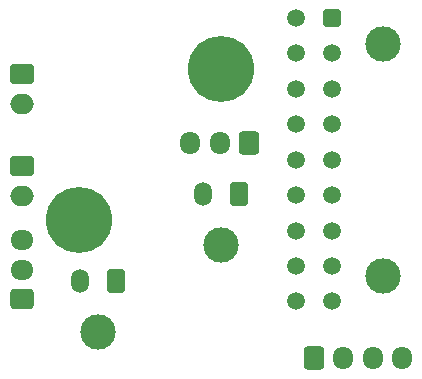
<source format=gbr>
%TF.GenerationSoftware,KiCad,Pcbnew,(6.0.6)*%
%TF.CreationDate,2022-08-05T03:01:18+02:00*%
%TF.ProjectId,toolhead_pcb,746f6f6c-6865-4616-945f-7063622e6b69,rev?*%
%TF.SameCoordinates,Original*%
%TF.FileFunction,Soldermask,Bot*%
%TF.FilePolarity,Negative*%
%FSLAX46Y46*%
G04 Gerber Fmt 4.6, Leading zero omitted, Abs format (unit mm)*
G04 Created by KiCad (PCBNEW (6.0.6)) date 2022-08-05 03:01:18*
%MOMM*%
%LPD*%
G01*
G04 APERTURE LIST*
G04 Aperture macros list*
%AMRoundRect*
0 Rectangle with rounded corners*
0 $1 Rounding radius*
0 $2 $3 $4 $5 $6 $7 $8 $9 X,Y pos of 4 corners*
0 Add a 4 corners polygon primitive as box body*
4,1,4,$2,$3,$4,$5,$6,$7,$8,$9,$2,$3,0*
0 Add four circle primitives for the rounded corners*
1,1,$1+$1,$2,$3*
1,1,$1+$1,$4,$5*
1,1,$1+$1,$6,$7*
1,1,$1+$1,$8,$9*
0 Add four rect primitives between the rounded corners*
20,1,$1+$1,$2,$3,$4,$5,0*
20,1,$1+$1,$4,$5,$6,$7,0*
20,1,$1+$1,$6,$7,$8,$9,0*
20,1,$1+$1,$8,$9,$2,$3,0*%
G04 Aperture macros list end*
%ADD10RoundRect,0.250000X-0.750000X0.600000X-0.750000X-0.600000X0.750000X-0.600000X0.750000X0.600000X0*%
%ADD11O,2.000000X1.700000*%
%ADD12C,3.000000*%
%ADD13RoundRect,0.250001X0.499999X0.759999X-0.499999X0.759999X-0.499999X-0.759999X0.499999X-0.759999X0*%
%ADD14O,1.500000X2.020000*%
%ADD15C,5.600000*%
%ADD16RoundRect,0.250000X0.600000X0.725000X-0.600000X0.725000X-0.600000X-0.725000X0.600000X-0.725000X0*%
%ADD17O,1.700000X1.950000*%
%ADD18RoundRect,0.250001X-0.499999X0.499999X-0.499999X-0.499999X0.499999X-0.499999X0.499999X0.499999X0*%
%ADD19C,1.500000*%
%ADD20RoundRect,0.250000X0.725000X-0.600000X0.725000X0.600000X-0.725000X0.600000X-0.725000X-0.600000X0*%
%ADD21O,1.950000X1.700000*%
%ADD22RoundRect,0.250000X-0.600000X-0.725000X0.600000X-0.725000X0.600000X0.725000X-0.600000X0.725000X0*%
G04 APERTURE END LIST*
D10*
%TO.C,Fan1*%
X29250000Y-36250000D03*
D11*
X29250000Y-38750000D03*
%TD*%
D12*
%TO.C,Hotend*%
X46100000Y-42950000D03*
D13*
X47600000Y-38630000D03*
D14*
X44600000Y-38630000D03*
%TD*%
D15*
%TO.C,REF\u002A\u002A*%
X34100000Y-40800000D03*
%TD*%
%TO.C,REF\u002A\u002A*%
X46100000Y-28000000D03*
%TD*%
D16*
%TO.C,Probe*%
X48500000Y-34300000D03*
D17*
X46000000Y-34300000D03*
X43500000Y-34300000D03*
%TD*%
D10*
%TO.C,Fan0*%
X29250000Y-28450000D03*
D11*
X29250000Y-30950000D03*
%TD*%
D12*
%TO.C,Therm 0*%
X35700000Y-50250000D03*
D13*
X37200000Y-45930000D03*
D14*
X34200000Y-45930000D03*
%TD*%
D12*
%TO.C,Breakbox In*%
X59820000Y-25860000D03*
X59820000Y-45560000D03*
D18*
X55500000Y-23700000D03*
D19*
X55500000Y-26700000D03*
X55500000Y-29700000D03*
X55500000Y-32700000D03*
X55500000Y-35700000D03*
X55500000Y-38700000D03*
X55500000Y-41700000D03*
X55500000Y-44700000D03*
X55500000Y-47700000D03*
X52500000Y-23700000D03*
X52500000Y-26700000D03*
X52500000Y-29700000D03*
X52500000Y-32700000D03*
X52500000Y-35700000D03*
X52500000Y-38700000D03*
X52500000Y-41700000D03*
X52500000Y-44700000D03*
X52500000Y-47700000D03*
%TD*%
D20*
%TO.C,NeoPixel*%
X29250000Y-47500000D03*
D21*
X29250000Y-45000000D03*
X29250000Y-42500000D03*
%TD*%
D22*
%TO.C,E-Motor*%
X53950000Y-52525000D03*
D17*
X56450000Y-52525000D03*
X58950000Y-52525000D03*
X61450000Y-52525000D03*
%TD*%
M02*

</source>
